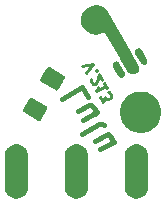
<source format=gbr>
G04 #@! TF.GenerationSoftware,KiCad,Pcbnew,5.0.1-33cea8e~68~ubuntu18.04.1*
G04 #@! TF.CreationDate,2018-11-19T14:12:30+01:00*
G04 #@! TF.ProjectId,Lulu_star_213,4C756C755F737461725F3231332E6B69,2.1.2*
G04 #@! TF.SameCoordinates,Original*
G04 #@! TF.FileFunction,Soldermask,Bot*
G04 #@! TF.FilePolarity,Negative*
%FSLAX46Y46*%
G04 Gerber Fmt 4.6, Leading zero omitted, Abs format (unit mm)*
G04 Created by KiCad (PCBNEW 5.0.1-33cea8e~68~ubuntu18.04.1) date Mon 19 Nov 2018 02:12:30 PM CET*
%MOMM*%
%LPD*%
G01*
G04 APERTURE LIST*
%ADD10C,0.225000*%
%ADD11C,0.400000*%
%ADD12C,0.100000*%
G04 APERTURE END LIST*
D10*
X70377373Y-35301682D02*
X71306796Y-35111490D01*
X70677373Y-35821298D01*
X71532565Y-35673962D02*
X71591109Y-35689649D01*
X71606796Y-35631105D01*
X71548252Y-35615418D01*
X71532565Y-35673962D01*
X71606796Y-35631105D01*
X71094461Y-36372286D02*
X71078774Y-36430830D01*
X71084516Y-36526490D01*
X71191658Y-36712067D01*
X71271631Y-36764869D01*
X71330175Y-36780556D01*
X71425834Y-36774814D01*
X71500065Y-36731957D01*
X71589982Y-36630556D01*
X71778224Y-35928028D01*
X72056796Y-36410528D01*
X72485367Y-37152836D02*
X72228224Y-36707451D01*
X72356796Y-36930143D02*
X71577373Y-37380143D01*
X71645862Y-37241627D01*
X71677235Y-37124539D01*
X71671494Y-37028880D01*
X71855944Y-37862643D02*
X72134516Y-38345143D01*
X72281439Y-37913907D01*
X72345724Y-38025253D01*
X72425697Y-38078055D01*
X72484241Y-38093742D01*
X72579900Y-38088000D01*
X72765477Y-37980857D01*
X72818279Y-37900885D01*
X72833966Y-37842341D01*
X72828224Y-37746682D01*
X72699653Y-37523989D01*
X72619680Y-37471187D01*
X72561136Y-37455500D01*
D11*
X70833043Y-37869884D02*
X70356853Y-37045097D01*
X68624802Y-38045097D01*
X70440248Y-39856208D02*
X71594948Y-39189541D01*
X70011676Y-39113901D02*
X70918941Y-38590091D01*
X71131517Y-38577331D01*
X71309234Y-38694670D01*
X71452091Y-38942105D01*
X71464851Y-39154682D01*
X71429991Y-39284779D01*
X72213996Y-40261763D02*
X72036279Y-40144425D01*
X71823703Y-40157185D01*
X70339088Y-41014327D01*
X71868819Y-42330566D02*
X73023520Y-41663900D01*
X71440248Y-41588259D02*
X72347512Y-41064449D01*
X72560089Y-41051690D01*
X72737805Y-41169028D01*
X72880662Y-41416464D01*
X72893422Y-41629040D01*
X72858562Y-41759138D01*
D12*
G36*
X70048630Y-41898672D02*
X70164549Y-41921729D01*
X70255542Y-41959419D01*
X70255546Y-41959421D01*
X70346538Y-41997111D01*
X70428429Y-42051829D01*
X70428431Y-42051830D01*
X70428433Y-42051832D01*
X70510323Y-42106549D01*
X70579962Y-42176188D01*
X70579968Y-42176193D01*
X70579973Y-42176199D01*
X70649611Y-42245837D01*
X70704327Y-42327726D01*
X70704331Y-42327730D01*
X70704334Y-42327735D01*
X70759049Y-42409622D01*
X70796737Y-42500610D01*
X70796741Y-42500617D01*
X70796744Y-42500627D01*
X70834431Y-42591611D01*
X70853644Y-42688203D01*
X70853647Y-42688213D01*
X70853647Y-42688215D01*
X70872860Y-42784807D01*
X70872860Y-42883290D01*
X70872861Y-42883300D01*
X70872861Y-45483290D01*
X70872860Y-45483310D01*
X70872860Y-45581793D01*
X70853647Y-45678385D01*
X70853646Y-45678390D01*
X70834431Y-45774989D01*
X70796743Y-45865976D01*
X70796741Y-45865983D01*
X70796738Y-45865989D01*
X70759049Y-45956978D01*
X70704334Y-46038865D01*
X70704331Y-46038870D01*
X70704327Y-46038874D01*
X70649611Y-46120763D01*
X70579973Y-46190401D01*
X70579968Y-46190407D01*
X70579962Y-46190412D01*
X70510323Y-46260051D01*
X70346538Y-46369489D01*
X70164549Y-46444871D01*
X70048630Y-46467928D01*
X69971353Y-46483300D01*
X69774367Y-46483300D01*
X69697090Y-46467928D01*
X69581171Y-46444871D01*
X69399182Y-46369489D01*
X69235397Y-46260051D01*
X69165758Y-46190412D01*
X69165752Y-46190407D01*
X69165747Y-46190401D01*
X69096109Y-46120763D01*
X69041393Y-46038874D01*
X69041389Y-46038870D01*
X69041386Y-46038865D01*
X68986671Y-45956978D01*
X68948982Y-45865989D01*
X68948979Y-45865983D01*
X68948977Y-45865976D01*
X68911289Y-45774989D01*
X68892074Y-45678390D01*
X68892073Y-45678385D01*
X68872860Y-45581793D01*
X68872860Y-45483310D01*
X68872859Y-45483290D01*
X68872859Y-42883300D01*
X68872860Y-42883290D01*
X68872860Y-42784807D01*
X68892073Y-42688215D01*
X68892073Y-42688213D01*
X68892076Y-42688203D01*
X68911289Y-42591611D01*
X68948976Y-42500627D01*
X68948979Y-42500617D01*
X68948983Y-42500610D01*
X68986671Y-42409622D01*
X69041386Y-42327735D01*
X69041389Y-42327730D01*
X69041393Y-42327726D01*
X69096109Y-42245837D01*
X69165747Y-42176199D01*
X69165752Y-42176193D01*
X69165758Y-42176188D01*
X69235397Y-42106549D01*
X69317287Y-42051832D01*
X69317289Y-42051830D01*
X69317291Y-42051829D01*
X69399182Y-41997111D01*
X69490174Y-41959421D01*
X69490178Y-41959419D01*
X69581171Y-41921729D01*
X69697090Y-41898672D01*
X69774367Y-41883300D01*
X69971353Y-41883300D01*
X70048630Y-41898672D01*
X70048630Y-41898672D01*
G37*
G36*
X64968630Y-41898672D02*
X65084549Y-41921729D01*
X65175542Y-41959419D01*
X65175546Y-41959421D01*
X65266538Y-41997111D01*
X65348429Y-42051829D01*
X65348431Y-42051830D01*
X65348433Y-42051832D01*
X65430323Y-42106549D01*
X65499962Y-42176188D01*
X65499968Y-42176193D01*
X65499973Y-42176199D01*
X65569611Y-42245837D01*
X65624327Y-42327726D01*
X65624331Y-42327730D01*
X65624334Y-42327735D01*
X65679049Y-42409622D01*
X65716737Y-42500610D01*
X65716741Y-42500617D01*
X65716744Y-42500627D01*
X65754431Y-42591611D01*
X65773644Y-42688203D01*
X65773647Y-42688213D01*
X65773647Y-42688215D01*
X65792860Y-42784807D01*
X65792860Y-42883290D01*
X65792861Y-42883300D01*
X65792861Y-45483290D01*
X65792860Y-45483310D01*
X65792860Y-45581793D01*
X65773647Y-45678385D01*
X65773646Y-45678390D01*
X65754431Y-45774989D01*
X65716743Y-45865976D01*
X65716741Y-45865983D01*
X65716738Y-45865989D01*
X65679049Y-45956978D01*
X65624334Y-46038865D01*
X65624331Y-46038870D01*
X65624327Y-46038874D01*
X65569611Y-46120763D01*
X65499973Y-46190401D01*
X65499968Y-46190407D01*
X65499962Y-46190412D01*
X65430323Y-46260051D01*
X65266538Y-46369489D01*
X65084549Y-46444871D01*
X64968630Y-46467928D01*
X64891353Y-46483300D01*
X64694367Y-46483300D01*
X64617090Y-46467928D01*
X64501171Y-46444871D01*
X64319182Y-46369489D01*
X64155397Y-46260051D01*
X64085758Y-46190412D01*
X64085752Y-46190407D01*
X64085747Y-46190401D01*
X64016109Y-46120763D01*
X63961393Y-46038874D01*
X63961389Y-46038870D01*
X63961386Y-46038865D01*
X63906671Y-45956978D01*
X63868982Y-45865989D01*
X63868979Y-45865983D01*
X63868977Y-45865976D01*
X63831289Y-45774989D01*
X63812074Y-45678390D01*
X63812073Y-45678385D01*
X63792860Y-45581793D01*
X63792860Y-45483310D01*
X63792859Y-45483290D01*
X63792859Y-42883300D01*
X63792860Y-42883290D01*
X63792860Y-42784807D01*
X63812073Y-42688215D01*
X63812073Y-42688213D01*
X63812076Y-42688203D01*
X63831289Y-42591611D01*
X63868976Y-42500627D01*
X63868979Y-42500617D01*
X63868983Y-42500610D01*
X63906671Y-42409622D01*
X63961386Y-42327735D01*
X63961389Y-42327730D01*
X63961393Y-42327726D01*
X64016109Y-42245837D01*
X64085747Y-42176199D01*
X64085752Y-42176193D01*
X64085758Y-42176188D01*
X64155397Y-42106549D01*
X64237287Y-42051832D01*
X64237289Y-42051830D01*
X64237291Y-42051829D01*
X64319182Y-41997111D01*
X64410174Y-41959421D01*
X64410178Y-41959419D01*
X64501171Y-41921729D01*
X64617090Y-41898672D01*
X64694367Y-41883300D01*
X64891353Y-41883300D01*
X64968630Y-41898672D01*
X64968630Y-41898672D01*
G37*
G36*
X75128630Y-41898672D02*
X75244549Y-41921729D01*
X75335542Y-41959419D01*
X75335546Y-41959421D01*
X75426538Y-41997111D01*
X75508429Y-42051829D01*
X75508431Y-42051830D01*
X75508433Y-42051832D01*
X75590323Y-42106549D01*
X75659962Y-42176188D01*
X75659968Y-42176193D01*
X75659973Y-42176199D01*
X75729611Y-42245837D01*
X75784327Y-42327726D01*
X75784331Y-42327730D01*
X75784334Y-42327735D01*
X75839049Y-42409622D01*
X75876737Y-42500610D01*
X75876741Y-42500617D01*
X75876744Y-42500627D01*
X75914431Y-42591611D01*
X75933644Y-42688203D01*
X75933647Y-42688213D01*
X75933647Y-42688215D01*
X75952860Y-42784807D01*
X75952860Y-42883290D01*
X75952861Y-42883300D01*
X75952861Y-45483290D01*
X75952860Y-45483310D01*
X75952860Y-45581793D01*
X75933647Y-45678385D01*
X75933646Y-45678390D01*
X75914431Y-45774989D01*
X75876743Y-45865976D01*
X75876741Y-45865983D01*
X75876738Y-45865989D01*
X75839049Y-45956978D01*
X75784334Y-46038865D01*
X75784331Y-46038870D01*
X75784327Y-46038874D01*
X75729611Y-46120763D01*
X75659973Y-46190401D01*
X75659968Y-46190407D01*
X75659962Y-46190412D01*
X75590323Y-46260051D01*
X75426538Y-46369489D01*
X75244549Y-46444871D01*
X75128630Y-46467928D01*
X75051353Y-46483300D01*
X74854367Y-46483300D01*
X74777090Y-46467928D01*
X74661171Y-46444871D01*
X74479182Y-46369489D01*
X74315397Y-46260051D01*
X74245758Y-46190412D01*
X74245752Y-46190407D01*
X74245747Y-46190401D01*
X74176109Y-46120763D01*
X74121393Y-46038874D01*
X74121389Y-46038870D01*
X74121386Y-46038865D01*
X74066671Y-45956978D01*
X74028982Y-45865989D01*
X74028979Y-45865983D01*
X74028977Y-45865976D01*
X73991289Y-45774989D01*
X73972074Y-45678390D01*
X73972073Y-45678385D01*
X73952860Y-45581793D01*
X73952860Y-45483310D01*
X73952859Y-45483290D01*
X73952859Y-42883300D01*
X73952860Y-42883290D01*
X73952860Y-42784807D01*
X73972073Y-42688215D01*
X73972073Y-42688213D01*
X73972076Y-42688203D01*
X73991289Y-42591611D01*
X74028976Y-42500627D01*
X74028979Y-42500617D01*
X74028983Y-42500610D01*
X74066671Y-42409622D01*
X74121386Y-42327735D01*
X74121389Y-42327730D01*
X74121393Y-42327726D01*
X74176109Y-42245837D01*
X74245747Y-42176199D01*
X74245752Y-42176193D01*
X74245758Y-42176188D01*
X74315397Y-42106549D01*
X74397287Y-42051832D01*
X74397289Y-42051830D01*
X74397291Y-42051829D01*
X74479182Y-41997111D01*
X74570174Y-41959421D01*
X74570178Y-41959419D01*
X74661171Y-41921729D01*
X74777090Y-41898672D01*
X74854367Y-41883300D01*
X75051353Y-41883300D01*
X75128630Y-41898672D01*
X75128630Y-41898672D01*
G37*
G36*
X75822776Y-37504031D02*
X76141256Y-37635950D01*
X76427880Y-37827466D01*
X76671634Y-38071220D01*
X76863150Y-38357844D01*
X76995069Y-38676324D01*
X77062320Y-39014420D01*
X77062320Y-39359140D01*
X76995069Y-39697236D01*
X76863150Y-40015716D01*
X76671634Y-40302340D01*
X76427880Y-40546094D01*
X76141256Y-40737610D01*
X75822776Y-40869529D01*
X75484680Y-40936780D01*
X75139960Y-40936780D01*
X74801864Y-40869529D01*
X74483384Y-40737610D01*
X74196760Y-40546094D01*
X73953006Y-40302340D01*
X73761490Y-40015716D01*
X73629571Y-39697236D01*
X73562320Y-39359140D01*
X73562320Y-39014420D01*
X73629571Y-38676324D01*
X73761490Y-38357844D01*
X73953006Y-38071220D01*
X74196760Y-37827466D01*
X74483384Y-37635950D01*
X74801864Y-37504031D01*
X75139960Y-37436780D01*
X75484680Y-37436780D01*
X75822776Y-37504031D01*
X75822776Y-37504031D01*
G37*
G36*
X66055091Y-37934966D02*
X66087076Y-37942424D01*
X66122608Y-37958523D01*
X67336317Y-38659258D01*
X67368021Y-38681978D01*
X67390472Y-38705948D01*
X67407814Y-38733837D01*
X67419380Y-38764567D01*
X67424730Y-38796974D01*
X67423656Y-38829793D01*
X67416198Y-38861778D01*
X67400099Y-38897310D01*
X66861864Y-39829561D01*
X66839144Y-39861265D01*
X66815174Y-39883716D01*
X66787285Y-39901058D01*
X66756555Y-39912624D01*
X66724148Y-39917974D01*
X66691329Y-39916900D01*
X66659344Y-39909442D01*
X66623812Y-39893343D01*
X65410103Y-39192608D01*
X65378399Y-39169888D01*
X65355948Y-39145918D01*
X65338606Y-39118029D01*
X65327040Y-39087299D01*
X65321690Y-39054892D01*
X65322764Y-39022073D01*
X65330222Y-38990088D01*
X65346321Y-38954556D01*
X65884556Y-38022305D01*
X65907276Y-37990601D01*
X65931246Y-37968150D01*
X65959135Y-37950808D01*
X65989865Y-37939242D01*
X66022272Y-37933892D01*
X66055091Y-37934966D01*
X66055091Y-37934966D01*
G37*
G36*
X67542955Y-35358815D02*
X67575078Y-35366305D01*
X67610747Y-35382467D01*
X68823178Y-36082464D01*
X68855003Y-36105269D01*
X68877549Y-36129342D01*
X68894969Y-36157355D01*
X68906588Y-36188225D01*
X68911960Y-36220765D01*
X68910881Y-36253731D01*
X68903391Y-36285854D01*
X68887229Y-36321523D01*
X68849732Y-36386469D01*
X68849732Y-36386470D01*
X68730062Y-36593745D01*
X68349732Y-37252496D01*
X68326927Y-37284321D01*
X68302854Y-37306867D01*
X68274841Y-37324287D01*
X68243971Y-37335906D01*
X68211431Y-37341278D01*
X68178465Y-37340199D01*
X68146342Y-37332709D01*
X68110673Y-37316547D01*
X66898242Y-36616550D01*
X66866417Y-36593745D01*
X66843871Y-36569672D01*
X66826451Y-36541659D01*
X66814832Y-36510789D01*
X66809460Y-36478249D01*
X66810539Y-36445283D01*
X66818029Y-36413160D01*
X66834191Y-36377491D01*
X66882336Y-36294102D01*
X67334188Y-35511470D01*
X67371688Y-35446518D01*
X67394493Y-35414693D01*
X67418566Y-35392147D01*
X67446579Y-35374727D01*
X67477449Y-35363108D01*
X67509989Y-35357736D01*
X67542955Y-35358815D01*
X67542955Y-35358815D01*
G37*
G36*
X73315389Y-34879398D02*
X73315391Y-34879399D01*
X73315393Y-34879399D01*
X73330606Y-34885125D01*
X73370700Y-34900215D01*
X73420883Y-34931421D01*
X73443909Y-34952987D01*
X73464015Y-34971818D01*
X73489813Y-35007819D01*
X73954545Y-35812758D01*
X73972825Y-35853101D01*
X73982749Y-35895667D01*
X73986243Y-35910654D01*
X73988177Y-35969718D01*
X73978552Y-36028017D01*
X73957734Y-36083329D01*
X73931641Y-36125288D01*
X73926528Y-36133511D01*
X73886132Y-36176642D01*
X73886129Y-36176645D01*
X73838099Y-36211063D01*
X73784273Y-36235451D01*
X73784271Y-36235451D01*
X73784270Y-36235452D01*
X73726719Y-36248871D01*
X73724720Y-36248936D01*
X73667654Y-36250805D01*
X73620945Y-36243093D01*
X73609350Y-36241179D01*
X73589797Y-36233819D01*
X73554042Y-36220363D01*
X73503860Y-36189156D01*
X73490502Y-36176645D01*
X73460728Y-36148760D01*
X73434930Y-36112759D01*
X72970198Y-35307818D01*
X72951919Y-35267476D01*
X72951918Y-35267472D01*
X72938500Y-35209927D01*
X72936567Y-35150861D01*
X72946192Y-35092561D01*
X72946193Y-35092559D01*
X72946193Y-35092557D01*
X72953182Y-35073988D01*
X72967009Y-35037250D01*
X72998215Y-34987067D01*
X73038614Y-34943933D01*
X73086645Y-34909515D01*
X73107168Y-34900216D01*
X73140474Y-34885125D01*
X73148370Y-34883284D01*
X73198023Y-34871706D01*
X73253669Y-34869885D01*
X73257087Y-34869773D01*
X73257089Y-34869773D01*
X73315389Y-34879398D01*
X73315389Y-34879398D01*
G37*
G36*
X71709296Y-30131716D02*
X71721467Y-30133726D01*
X71944412Y-30193464D01*
X71955960Y-30197810D01*
X72162950Y-30299886D01*
X72173444Y-30306412D01*
X72356542Y-30446909D01*
X72365551Y-30455347D01*
X72517728Y-30628871D01*
X72524915Y-30638900D01*
X72550322Y-30682908D01*
X72564595Y-30702826D01*
X72575072Y-30712639D01*
X72574947Y-30712773D01*
X72583934Y-30721191D01*
X72583935Y-30721191D01*
X72583936Y-30721193D01*
X72583937Y-30721194D01*
X72587529Y-30726206D01*
X74511788Y-34059122D01*
X74514335Y-34064742D01*
X74517008Y-34076207D01*
X74524884Y-34099411D01*
X74530487Y-34110321D01*
X75129823Y-35148398D01*
X75163331Y-35222353D01*
X75173851Y-35267472D01*
X75187933Y-35327866D01*
X75191478Y-35436146D01*
X75173829Y-35543039D01*
X75135667Y-35644435D01*
X75078455Y-35736439D01*
X75052273Y-35764393D01*
X75004395Y-35815512D01*
X74951939Y-35853101D01*
X74916329Y-35878619D01*
X74817650Y-35923330D01*
X74817648Y-35923330D01*
X74817647Y-35923331D01*
X74731451Y-35943429D01*
X74712133Y-35947933D01*
X74603854Y-35951478D01*
X74496961Y-35933829D01*
X74395564Y-35895667D01*
X74303561Y-35838455D01*
X74224487Y-35764395D01*
X74224485Y-35764393D01*
X74177196Y-35698402D01*
X73577863Y-34660324D01*
X73563590Y-34640406D01*
X73555058Y-34631590D01*
X73546465Y-34623542D01*
X73542871Y-34618526D01*
X72302673Y-32470439D01*
X72288400Y-32450521D01*
X72270515Y-32433770D01*
X72249706Y-32420830D01*
X72226772Y-32412198D01*
X72202595Y-32408207D01*
X72178104Y-32409008D01*
X72154240Y-32414573D01*
X72131920Y-32424686D01*
X72030773Y-32483084D01*
X72019528Y-32488178D01*
X71800982Y-32562364D01*
X71794974Y-32563765D01*
X71794968Y-32563767D01*
X71794961Y-32563768D01*
X71788961Y-32565167D01*
X71560126Y-32595294D01*
X71553966Y-32595496D01*
X71553962Y-32595496D01*
X71547792Y-32595698D01*
X71317490Y-32580604D01*
X71305319Y-32578594D01*
X71082374Y-32518856D01*
X71070826Y-32514510D01*
X70863836Y-32412434D01*
X70853342Y-32405908D01*
X70670244Y-32265411D01*
X70661235Y-32256973D01*
X70509054Y-32083445D01*
X70501870Y-32073420D01*
X70386469Y-31873540D01*
X70381375Y-31862295D01*
X70307189Y-31643749D01*
X70305788Y-31637741D01*
X70305786Y-31637735D01*
X70305785Y-31637728D01*
X70304386Y-31631728D01*
X70274259Y-31402893D01*
X70273855Y-31390559D01*
X70288949Y-31160257D01*
X70290959Y-31148086D01*
X70350697Y-30925141D01*
X70355043Y-30913593D01*
X70457119Y-30706603D01*
X70463645Y-30696109D01*
X70604142Y-30513011D01*
X70612580Y-30504002D01*
X70786108Y-30351821D01*
X70796133Y-30344637D01*
X70996013Y-30229236D01*
X71007258Y-30224142D01*
X71225804Y-30149956D01*
X71231812Y-30148555D01*
X71231818Y-30148553D01*
X71231825Y-30148552D01*
X71237825Y-30147153D01*
X71466660Y-30117026D01*
X71472820Y-30116824D01*
X71472824Y-30116824D01*
X71478994Y-30116622D01*
X71709296Y-30131716D01*
X71709296Y-30131716D01*
G37*
G36*
X75220645Y-33779398D02*
X75220647Y-33779399D01*
X75220649Y-33779399D01*
X75235862Y-33785125D01*
X75275956Y-33800215D01*
X75326139Y-33831421D01*
X75349165Y-33852987D01*
X75369271Y-33871818D01*
X75395069Y-33907819D01*
X75859801Y-34712758D01*
X75878081Y-34753101D01*
X75891499Y-34810652D01*
X75891499Y-34810654D01*
X75893433Y-34869718D01*
X75883808Y-34928017D01*
X75883807Y-34928019D01*
X75883807Y-34928020D01*
X75880759Y-34936118D01*
X75862990Y-34983329D01*
X75836897Y-35025288D01*
X75831784Y-35033511D01*
X75791388Y-35076642D01*
X75791385Y-35076645D01*
X75743355Y-35111063D01*
X75689529Y-35135451D01*
X75689527Y-35135451D01*
X75689526Y-35135452D01*
X75631975Y-35148871D01*
X75629976Y-35148936D01*
X75572910Y-35150805D01*
X75526201Y-35143093D01*
X75514606Y-35141179D01*
X75495053Y-35133819D01*
X75459298Y-35120363D01*
X75409116Y-35089156D01*
X75395758Y-35076645D01*
X75365984Y-35048760D01*
X75340186Y-35012759D01*
X74875454Y-34207818D01*
X74857175Y-34167476D01*
X74857174Y-34167472D01*
X74843756Y-34109927D01*
X74841823Y-34050861D01*
X74851448Y-33992561D01*
X74851449Y-33992559D01*
X74851449Y-33992557D01*
X74858438Y-33973988D01*
X74872265Y-33937250D01*
X74903471Y-33887067D01*
X74943870Y-33843933D01*
X74991901Y-33809515D01*
X75012424Y-33800216D01*
X75045730Y-33785125D01*
X75053626Y-33783284D01*
X75103279Y-33771706D01*
X75158925Y-33769885D01*
X75162343Y-33769773D01*
X75162345Y-33769773D01*
X75220645Y-33779398D01*
X75220645Y-33779398D01*
G37*
M02*

</source>
